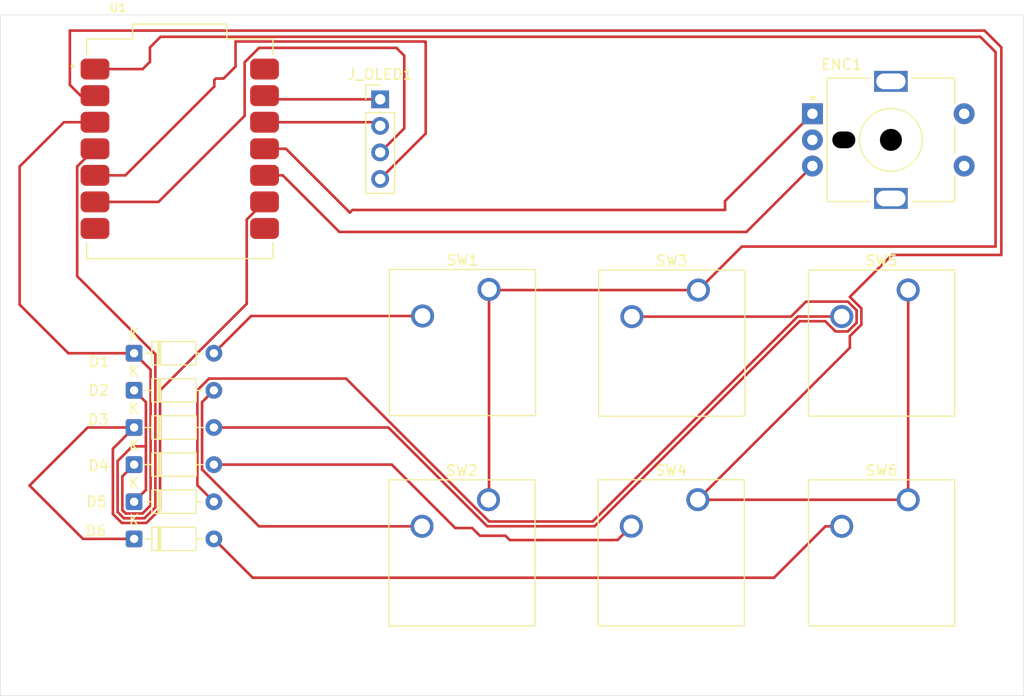
<source format=kicad_pcb>
(kicad_pcb (version 20241229) (generator "pcbnew") (generator_version "9.0")
  (layers (0 "F.Cu" signal) (2 "B.Cu" signal) (13 "F.Paste" user) (15 "B.Paste" user) (5 "F.SilkS" user "F.Silkscreen") (7 "B.SilkS" user "B.Silkscreen") (1 "F.Mask" user) (3 "B.Mask" user) (25 "Edge.Cuts" user))
  (net 0 "")
  (net 1 "Net-(D1-A)")
  (net 2 "/C0")
  (net 3 "/C1")
  (net 4 "Net-(D2-A)")
  (net 5 "Net-(D3-A)")
  (net 6 "/C2")
  (net 7 "Net-(D4-A)")
  (net 8 "Net-(D5-A)")
  (net 9 "Net-(D6-A)")
  (net 10 "GND")
  (net 11 "/ENC_B")
  (net 12 "/ENC_A")
  (net 13 "/3V3")
  (net 14 "/SCL")
  (net 15 "Net-(J_OLED1-Pin_1)")
  (net 16 "/SDA")
  (net 17 "/R0")
  (net 18 "/R1")
  (footprint "Diode_THT:D_DO-35_SOD27_P7.62mm_Horizontal" (layer "F.Cu") (at 96.34 74.8)
    (property "Reference" "D3" (at -3.44 -0.75 0) (layer "F.SilkS"))
    (property "Value" "1N4148")
    (fp_line (start 1.04 0) (end 1.69 0) (stroke (width 0.12)) (layer "F.SilkS"))
    (fp_line (start 2.29 -1.12) (end 2.29 1.12) (stroke (width 0.12)) (layer "F.SilkS"))
    (fp_line (start 2.41 -1.12) (end 2.41 1.12) (stroke (width 0.12)) (layer "F.SilkS"))
    (fp_line (start 2.53 -1.12) (end 2.53 1.12) (stroke (width 0.12)) (layer "F.SilkS"))
    (fp_line (start 6.58 0) (end 5.93 0) (stroke (width 0.12)) (layer "F.SilkS"))
    (fp_rect (start 1.69 -1.12) (end 5.93 1.12) (stroke (width 0.12)) (fill no) (layer "F.SilkS"))
    (fp_text user "K" (at 0 -1.8 0) (layer "F.SilkS"))
    (pad "1" thru_hole roundrect (at 0 0) (size 1.6 1.6) (drill 0.8) (layers "*.Cu" "*.Mask") (roundrect_rratio 0.15625) (net 6 "/C2"))
    (pad "2" thru_hole circle (at 7.62 0) (size 1.6 1.6) (drill 0.8) (layers "*.Cu" "*.Mask") (net 5 "Net-(D3-A)"))
  )
  (footprint "Button_Switch_Keyboard:SW_Cherry_MX_1.00u_PCB" (layer "F.Cu") (at 150.25 61.66)
    (property "Reference" "SW3" (at -2.54 -2.794 0) (layer "F.SilkS"))
    (property "Value" "SW_Push")
    (fp_line (start -9.525 -1.905) (end 4.445 -1.905) (stroke (width 0.12)) (layer "F.SilkS"))
    (fp_line (start -9.525 12.065) (end -9.525 -1.905) (stroke (width 0.12)) (layer "F.SilkS"))
    (fp_line (start 4.445 -1.905) (end 4.445 12.065) (stroke (width 0.12)) (layer "F.SilkS"))
    (fp_line (start 4.445 12.065) (end -9.525 12.065) (stroke (width 0.12)) (layer "F.SilkS"))
    (pad "" np_thru_hole circle (at -7.62 5.08) (size 1.7 1.7) (drill 1.7) (layers "*.Cu" "*.Mask"))
    (pad "" np_thru_hole circle (at -2.54 5.08) (size 4 4) (drill 4) (layers "*.Cu" "*.Mask"))
    (pad "" np_thru_hole circle (at 2.54 5.08) (size 1.7 1.7) (drill 1.7) (layers "*.Cu" "*.Mask"))
    (pad "1" thru_hole circle (at 0 0) (size 2.2 2.2) (drill 1.5) (layers "*.Cu" "*.Mask") (net 17 "/R0"))
    (pad "2" thru_hole circle (at -6.35 2.54) (size 2.2 2.2) (drill 1.5) (layers "*.Cu" "*.Mask") (net 5 "Net-(D3-A)"))
  )
  (footprint "Button_Switch_Keyboard:SW_Cherry_MX_1.00u_PCB" (layer "F.Cu") (at 170.3 81.71)
    (property "Reference" "SW6" (at -2.54 -2.794 0) (layer "F.SilkS"))
    (property "Value" "SW_Push")
    (fp_line (start -9.525 -1.905) (end 4.445 -1.905) (stroke (width 0.12)) (layer "F.SilkS"))
    (fp_line (start -9.525 12.065) (end -9.525 -1.905) (stroke (width 0.12)) (layer "F.SilkS"))
    (fp_line (start 4.445 -1.905) (end 4.445 12.065) (stroke (width 0.12)) (layer "F.SilkS"))
    (fp_line (start 4.445 12.065) (end -9.525 12.065) (stroke (width 0.12)) (layer "F.SilkS"))
    (pad "" np_thru_hole circle (at -7.62 5.08) (size 1.7 1.7) (drill 1.7) (layers "*.Cu" "*.Mask"))
    (pad "" np_thru_hole circle (at -2.54 5.08) (size 4 4) (drill 4) (layers "*.Cu" "*.Mask"))
    (pad "" np_thru_hole circle (at 2.54 5.08) (size 1.7 1.7) (drill 1.7) (layers "*.Cu" "*.Mask"))
    (pad "1" thru_hole circle (at 0 0) (size 2.2 2.2) (drill 1.5) (layers "*.Cu" "*.Mask") (net 18 "/R1"))
    (pad "2" thru_hole circle (at -6.35 2.54) (size 2.2 2.2) (drill 1.5) (layers "*.Cu" "*.Mask") (net 9 "Net-(D6-A)"))
  )
  (footprint "Diode_THT:D_DO-35_SOD27_P7.62mm_Horizontal" (layer "F.Cu") (at 96.34 67.7)
    (property "Reference" "D1" (at -3.34 0.8 0) (layer "F.SilkS"))
    (property "Value" "1N4148")
    (fp_line (start 1.04 0) (end 1.69 0) (stroke (width 0.12)) (layer "F.SilkS"))
    (fp_line (start 2.29 -1.12) (end 2.29 1.12) (stroke (width 0.12)) (layer "F.SilkS"))
    (fp_line (start 2.41 -1.12) (end 2.41 1.12) (stroke (width 0.12)) (layer "F.SilkS"))
    (fp_line (start 2.53 -1.12) (end 2.53 1.12) (stroke (width 0.12)) (layer "F.SilkS"))
    (fp_line (start 6.58 0) (end 5.93 0) (stroke (width 0.12)) (layer "F.SilkS"))
    (fp_rect (start 1.69 -1.12) (end 5.93 1.12) (stroke (width 0.12)) (fill no) (layer "F.SilkS"))
    (fp_text user "K" (at 0 -1.8 0) (layer "F.SilkS"))
    (pad "1" thru_hole roundrect (at 0 0) (size 1.6 1.6) (drill 0.8) (layers "*.Cu" "*.Mask") (roundrect_rratio 0.15625) (net 2 "/C0"))
    (pad "2" thru_hole circle (at 7.62 0) (size 1.6 1.6) (drill 0.8) (layers "*.Cu" "*.Mask") (net 1 "Net-(D1-A)"))
  )
  (footprint "Button_Switch_Keyboard:SW_Cherry_MX_1.00u_PCB" (layer "F.Cu") (at 170.3 61.65)
    (property "Reference" "SW5" (at -2.54 -2.794 0) (layer "F.SilkS"))
    (property "Value" "SW_Push")
    (fp_line (start -9.525 -1.905) (end 4.445 -1.905) (stroke (width 0.12)) (layer "F.SilkS"))
    (fp_line (start -9.525 12.065) (end -9.525 -1.905) (stroke (width 0.12)) (layer "F.SilkS"))
    (fp_line (start 4.445 -1.905) (end 4.445 12.065) (stroke (width 0.12)) (layer "F.SilkS"))
    (fp_line (start 4.445 12.065) (end -9.525 12.065) (stroke (width 0.12)) (layer "F.SilkS"))
    (pad "" np_thru_hole circle (at -7.62 5.08) (size 1.7 1.7) (drill 1.7) (layers "*.Cu" "*.Mask"))
    (pad "" np_thru_hole circle (at -2.54 5.08) (size 4 4) (drill 4) (layers "*.Cu" "*.Mask"))
    (pad "" np_thru_hole circle (at 2.54 5.08) (size 1.7 1.7) (drill 1.7) (layers "*.Cu" "*.Mask"))
    (pad "1" thru_hole circle (at 0 0) (size 2.2 2.2) (drill 1.5) (layers "*.Cu" "*.Mask") (net 18 "/R1"))
    (pad "2" thru_hole circle (at -6.35 2.54) (size 2.2 2.2) (drill 1.5) (layers "*.Cu" "*.Mask") (net 8 "Net-(D5-A)"))
  )
  (footprint "Button_Switch_Keyboard:SW_Cherry_MX_1.00u_PCB" (layer "F.Cu") (at 150.2 81.7)
    (property "Reference" "SW4" (at -2.54 -2.794 0) (layer "F.SilkS"))
    (property "Value" "SW_Push")
    (fp_line (start -9.525 -1.905) (end 4.445 -1.905) (stroke (width 0.12)) (layer "F.SilkS"))
    (fp_line (start -9.525 12.065) (end -9.525 -1.905) (stroke (width 0.12)) (layer "F.SilkS"))
    (fp_line (start 4.445 -1.905) (end 4.445 12.065) (stroke (width 0.12)) (layer "F.SilkS"))
    (fp_line (start 4.445 12.065) (end -9.525 12.065) (stroke (width 0.12)) (layer "F.SilkS"))
    (pad "" np_thru_hole circle (at -7.62 5.08) (size 1.7 1.7) (drill 1.7) (layers "*.Cu" "*.Mask"))
    (pad "" np_thru_hole circle (at -2.54 5.08) (size 4 4) (drill 4) (layers "*.Cu" "*.Mask"))
    (pad "" np_thru_hole circle (at 2.54 5.08) (size 1.7 1.7) (drill 1.7) (layers "*.Cu" "*.Mask"))
    (pad "1" thru_hole circle (at 0 0) (size 2.2 2.2) (drill 1.5) (layers "*.Cu" "*.Mask") (net 18 "/R1"))
    (pad "2" thru_hole circle (at -6.35 2.54) (size 2.2 2.2) (drill 1.5) (layers "*.Cu" "*.Mask") (net 7 "Net-(D4-A)"))
  )
  (footprint "Connector_PinHeader_2.54mm:PinHeader_1x04_P2.54mm_Vertical" (layer "F.Cu") (at 119.85 43.42)
    (property "Reference" "J_OLED1" (at 0 -2.38 0) (layer "F.SilkS"))
    (property "Value" "Conn_01x04")
    (fp_line (start -1.38 -1.38) (end 0 -1.38) (stroke (width 0.12)) (layer "F.SilkS"))
    (fp_line (start -1.38 0) (end -1.38 -1.38) (stroke (width 0.12)) (layer "F.SilkS"))
    (fp_line (start -1.38 1.27) (end -1.38 9) (stroke (width 0.12)) (layer "F.SilkS"))
    (fp_line (start -1.38 1.27) (end 1.38 1.27) (stroke (width 0.12)) (layer "F.SilkS"))
    (fp_line (start -1.38 9) (end 1.38 9) (stroke (width 0.12)) (layer "F.SilkS"))
    (fp_line (start 1.38 1.27) (end 1.38 9) (stroke (width 0.12)) (layer "F.SilkS"))
    (pad "1" thru_hole rect (at 0 0) (size 1.7 1.7) (drill 1) (layers "*.Cu" "*.Mask") (net 15 "Net-(J_OLED1-Pin_1)"))
    (pad "2" thru_hole circle (at 0 2.54) (size 1.7 1.7) (drill 1) (layers "*.Cu" "*.Mask") (net 13 "/3V3"))
    (pad "3" thru_hole circle (at 0 5.08) (size 1.7 1.7) (drill 1) (layers "*.Cu" "*.Mask") (net 14 "/SCL"))
    (pad "4" thru_hole circle (at 0 7.62) (size 1.7 1.7) (drill 1) (layers "*.Cu" "*.Mask") (net 16 "/SDA"))
  )
  (footprint "XIAORF2040:XIAORF2040" (layer "F.Cu") (at 100.7 48.15)
    (property "Reference" "U1" (at -5.898 -13.494 0) (layer "F.SilkS") (effects (font (size 0.8 0.8))))
    (property "Value" "XIAO-RP2040-DIP")
    (fp_line (start -8.9 -10.5) (end -4.5 -10.5) (stroke (width 0.127)) (layer "F.SilkS"))
    (fp_line (start -8.9 -9) (end -8.9 -10.5) (stroke (width 0.127)) (layer "F.SilkS"))
    (fp_line (start -8.9 8.97) (end -8.9 10.5) (stroke (width 0.127)) (layer "F.SilkS"))
    (fp_line (start -8.9 10.5) (end 8.9 10.5) (stroke (width 0.127)) (layer "F.SilkS"))
    (fp_line (start -4.5 -11.924) (end 4.495 -11.924) (stroke (width 0.127)) (layer "F.SilkS"))
    (fp_line (start -4.5 -10.5) (end -4.5 -11.9) (stroke (width 0.127)) (layer "F.SilkS"))
    (fp_line (start 4.5 -11.9) (end 4.5 -10.5) (stroke (width 0.127)) (layer "F.SilkS"))
    (fp_line (start 4.5 -10.5) (end 8.9 -10.5) (stroke (width 0.127)) (layer "F.SilkS"))
    (fp_line (start 8.9 -10.5) (end 8.9 -9) (stroke (width 0.127)) (layer "F.SilkS"))
    (fp_line (start 8.9 10.5) (end 8.9 8.97) (stroke (width 0.127)) (layer "F.SilkS"))
    (fp_circle (center -10.229 -7.891) (end -10.129 -7.891) (stroke (width 0.2)) (fill no) (layer "F.SilkS"))
    (pad "1" smd roundrect (at -8.1 -7.62) (size 2.75 2) (layers "F.Cu" "F.Mask" "F.Paste") (net 17 "/R0"))
    (pad "2" smd roundrect (at -8.1 -5.08) (size 2.75 2) (layers "F.Cu" "F.Mask" "F.Paste") (net 18 "/R1"))
    (pad "3" smd roundrect (at -8.1 -2.54) (size 2.75 2) (layers "F.Cu" "F.Mask" "F.Paste") (net 2 "/C0"))
    (pad "4" smd roundrect (at -8.1 0) (size 2.75 2) (layers "F.Cu" "F.Mask" "F.Paste") (net 3 "/C1"))
    (pad "5" smd roundrect (at -8.1 2.54) (size 2.75 2) (layers "F.Cu" "F.Mask" "F.Paste") (net 16 "/SDA"))
    (pad "6" smd roundrect (at -8.1 5.08) (size 2.75 2) (layers "F.Cu" "F.Mask" "F.Paste") (net 14 "/SCL"))
    (pad "7" smd roundrect (at -8.1 7.62) (size 2.75 2) (layers "F.Cu" "F.Mask" "F.Paste"))
    (pad "8" smd roundrect (at 8.1 7.62) (size 2.75 2) (layers "F.Cu" "F.Mask" "F.Paste"))
    (pad "9" smd roundrect (at 8.1 5.08) (size 2.75 2) (layers "F.Cu" "F.Mask" "F.Paste") (net 6 "/C2"))
    (pad "10" smd roundrect (at 8.1 2.54) (size 2.75 2) (layers "F.Cu" "F.Mask" "F.Paste") (net 11 "/ENC_B"))
    (pad "11" smd roundrect (at 8.1 0) (size 2.75 2) (layers "F.Cu" "F.Mask" "F.Paste") (net 12 "/ENC_A"))
    (pad "12" smd roundrect (at 8.1 -2.54) (size 2.75 2) (layers "F.Cu" "F.Mask" "F.Paste") (net 13 "/3V3"))
    (pad "13" smd roundrect (at 8.1 -5.08) (size 2.75 2) (layers "F.Cu" "F.Mask" "F.Paste") (net 15 "Net-(J_OLED1-Pin_1)"))
    (pad "14" smd roundrect (at 8.1 -7.62) (size 2.75 2) (layers "F.Cu" "F.Mask" "F.Paste"))
  )
  (footprint "Rotary_Encoder:RotaryEncoder_Alps_EC11E-Switch_Vertical_H20mm_MountingHoles" (layer "F.Cu") (at 161.15 44.8)
    (property "Reference" "ENC1" (at 2.8 -4.7 0) (layer "F.SilkS"))
    (property "Value" "RotaryEncoder")
    (fp_line (start -0.3 -1.6) (end 0.3 -1.6) (stroke (width 0.12)) (layer "F.SilkS"))
    (fp_line (start 0 -1.3) (end -0.3 -1.6) (stroke (width 0.12)) (layer "F.SilkS"))
    (fp_line (start 0.3 -1.6) (end 0 -1.3) (stroke (width 0.12)) (layer "F.SilkS"))
    (fp_line (start 1.4 -3.4) (end 1.4 8.4) (stroke (width 0.12)) (layer "F.SilkS"))
    (fp_line (start 5.5 -3.4) (end 1.4 -3.4) (stroke (width 0.12)) (layer "F.SilkS"))
    (fp_line (start 5.5 8.4) (end 1.4 8.4) (stroke (width 0.12)) (layer "F.SilkS"))
    (fp_line (start 9.5 -3.4) (end 13.6 -3.4) (stroke (width 0.12)) (layer "F.SilkS"))
    (fp_line (start 13.6 -3.4) (end 13.6 -1) (stroke (width 0.12)) (layer "F.SilkS"))
    (fp_line (start 13.6 1.2) (end 13.6 3.8) (stroke (width 0.12)) (layer "F.SilkS"))
    (fp_line (start 13.6 6) (end 13.6 8.4) (stroke (width 0.12)) (layer "F.SilkS"))
    (fp_line (start 13.6 8.4) (end 9.5 8.4) (stroke (width 0.12)) (layer "F.SilkS"))
    (fp_circle (center 7.5 2.5) (end 10.5 2.5) (stroke (width 0.12)) (fill no) (layer "F.SilkS"))
    (pad "" np_thru_hole oval (at 3 2.5) (size 2.2 1.6) (drill oval 2.2 1.6) (layers "*.Mask"))
    (pad "" np_thru_hole circle (at 7.5 2.5) (size 2.1 2.1) (drill 2.1) (layers "*.Mask"))
    (pad "A" thru_hole rect (at 0 0) (size 2 2) (drill 1) (layers "*.Cu" "*.Mask") (net 12 "/ENC_A"))
    (pad "B" thru_hole circle (at 0 5) (size 2 2) (drill 1) (layers "*.Cu" "*.Mask") (net 11 "/ENC_B"))
    (pad "C" thru_hole circle (at 0 2.5) (size 2 2) (drill 1) (layers "*.Cu" "*.Mask") (net 10 "GND"))
    (pad "MP" thru_hole rect (at 7.5 -3.1) (size 3.2 2) (drill oval 2.8 1.5) (layers "*.Cu" "*.Mask"))
    (pad "MP" thru_hole rect (at 7.5 8.1) (size 3.2 2) (drill oval 2.8 1.5) (layers "*.Cu" "*.Mask"))
    (pad "S1" thru_hole circle (at 14.5 5) (size 2 2) (drill 1) (layers "*.Cu" "*.Mask"))
    (pad "S2" thru_hole circle (at 14.5 0) (size 2 2) (drill 1) (layers "*.Cu" "*.Mask"))
  )
  (footprint "Button_Switch_Keyboard:SW_Cherry_MX_1.00u_PCB" (layer "F.Cu") (at 130.25 61.6)
    (property "Reference" "SW1" (at -2.54 -2.794 0) (layer "F.SilkS"))
    (property "Value" "SW_Push")
    (fp_line (start -9.525 -1.905) (end 4.445 -1.905) (stroke (width 0.12)) (layer "F.SilkS"))
    (fp_line (start -9.525 12.065) (end -9.525 -1.905) (stroke (width 0.12)) (layer "F.SilkS"))
    (fp_line (start 4.445 -1.905) (end 4.445 12.065) (stroke (width 0.12)) (layer "F.SilkS"))
    (fp_line (start 4.445 12.065) (end -9.525 12.065) (stroke (width 0.12)) (layer "F.SilkS"))
    (pad "" np_thru_hole circle (at -7.62 5.08) (size 1.7 1.7) (drill 1.7) (layers "*.Cu" "*.Mask"))
    (pad "" np_thru_hole circle (at -2.54 5.08) (size 4 4) (drill 4) (layers "*.Cu" "*.Mask"))
    (pad "" np_thru_hole circle (at 2.54 5.08) (size 1.7 1.7) (drill 1.7) (layers "*.Cu" "*.Mask"))
    (pad "1" thru_hole circle (at 0 0) (size 2.2 2.2) (drill 1.5) (layers "*.Cu" "*.Mask") (net 17 "/R0"))
    (pad "2" thru_hole circle (at -6.35 2.54) (size 2.2 2.2) (drill 1.5) (layers "*.Cu" "*.Mask") (net 1 "Net-(D1-A)"))
  )
  (footprint "Diode_THT:D_DO-35_SOD27_P7.62mm_Horizontal" (layer "F.Cu") (at 96.34 78.35)
    (property "Reference" "D4" (at -3.39 0.1 0) (layer "F.SilkS"))
    (property "Value" "1N4148")
    (fp_line (start 1.04 0) (end 1.69 0) (stroke (width 0.12)) (layer "F.SilkS"))
    (fp_line (start 2.29 -1.12) (end 2.29 1.12) (stroke (width 0.12)) (layer "F.SilkS"))
    (fp_line (start 2.41 -1.12) (end 2.41 1.12) (stroke (width 0.12)) (layer "F.SilkS"))
    (fp_line (start 2.53 -1.12) (end 2.53 1.12) (stroke (width 0.12)) (layer "F.SilkS"))
    (fp_line (start 6.58 0) (end 5.93 0) (stroke (width 0.12)) (layer "F.SilkS"))
    (fp_rect (start 1.69 -1.12) (end 5.93 1.12) (stroke (width 0.12)) (fill no) (layer "F.SilkS"))
    (fp_text user "K" (at 0 -1.8 0) (layer "F.SilkS"))
    (pad "1" thru_hole roundrect (at 0 0) (size 1.6 1.6) (drill 0.8) (layers "*.Cu" "*.Mask") (roundrect_rratio 0.15625) (net 2 "/C0"))
    (pad "2" thru_hole circle (at 7.62 0) (size 1.6 1.6) (drill 0.8) (layers "*.Cu" "*.Mask") (net 7 "Net-(D4-A)"))
  )
  (footprint "Button_Switch_Keyboard:SW_Cherry_MX_1.00u_PCB" (layer "F.Cu") (at 130.2 81.71)
    (property "Reference" "SW2" (at -2.54 -2.794 0) (layer "F.SilkS"))
    (property "Value" "SW_Push")
    (fp_line (start -9.525 -1.905) (end 4.445 -1.905) (stroke (width 0.12)) (layer "F.SilkS"))
    (fp_line (start -9.525 12.065) (end -9.525 -1.905) (stroke (width 0.12)) (layer "F.SilkS"))
    (fp_line (start 4.445 -1.905) (end 4.445 12.065) (stroke (width 0.12)) (layer "F.SilkS"))
    (fp_line (start 4.445 12.065) (end -9.525 12.065) (stroke (width 0.12)) (layer "F.SilkS"))
    (pad "" np_thru_hole circle (at -7.62 5.08) (size 1.7 1.7) (drill 1.7) (layers "*.Cu" "*.Mask"))
    (pad "" np_thru_hole circle (at -2.54 5.08) (size 4 4) (drill 4) (layers "*.Cu" "*.Mask"))
    (pad "" np_thru_hole circle (at 2.54 5.08) (size 1.7 1.7) (drill 1.7) (layers "*.Cu" "*.Mask"))
    (pad "1" thru_hole circle (at 0 0) (size 2.2 2.2) (drill 1.5) (layers "*.Cu" "*.Mask") (net 17 "/R0"))
    (pad "2" thru_hole circle (at -6.35 2.54) (size 2.2 2.2) (drill 1.5) (layers "*.Cu" "*.Mask") (net 4 "Net-(D2-A)"))
  )
  (footprint "Diode_THT:D_DO-35_SOD27_P7.62mm_Horizontal" (layer "F.Cu") (at 96.34 85.45)
    (property "Reference" "D6" (at -3.64 -0.75 0) (layer "F.SilkS"))
    (property "Value" "1N4148")
    (fp_line (start 1.04 0) (end 1.69 0) (stroke (width 0.12)) (layer "F.SilkS"))
    (fp_line (start 2.29 -1.12) (end 2.29 1.12) (stroke (width 0.12)) (layer "F.SilkS"))
    (fp_line (start 2.41 -1.12) (end 2.41 1.12) (stroke (width 0.12)) (layer "F.SilkS"))
    (fp_line (start 2.53 -1.12) (end 2.53 1.12) (stroke (width 0.12)) (layer "F.SilkS"))
    (fp_line (start 6.58 0) (end 5.93 0) (stroke (width 0.12)) (layer "F.SilkS"))
    (fp_rect (start 1.69 -1.12) (end 5.93 1.12) (stroke (width 0.12)) (fill no) (layer "F.SilkS"))
    (fp_text user "K" (at 0 -1.8 0) (layer "F.SilkS"))
    (pad "1" thru_hole roundrect (at 0 0) (size 1.6 1.6) (drill 0.8) (layers "*.Cu" "*.Mask") (roundrect_rratio 0.15625) (net 6 "/C2"))
    (pad "2" thru_hole circle (at 7.62 0) (size 1.6 1.6) (drill 0.8) (layers "*.Cu" "*.Mask") (net 9 "Net-(D6-A)"))
  )
  (footprint "Diode_THT:D_DO-35_SOD27_P7.62mm_Horizontal" (layer "F.Cu") (at 96.34 71.25)
    (property "Reference" "D2" (at -3.39 0 0) (layer "F.SilkS"))
    (property "Value" "1N4148")
    (fp_line (start 1.04 0) (end 1.69 0) (stroke (width 0.12)) (layer "F.SilkS"))
    (fp_line (start 2.29 -1.12) (end 2.29 1.12) (stroke (width 0.12)) (layer "F.SilkS"))
    (fp_line (start 2.41 -1.12) (end 2.41 1.12) (stroke (width 0.12)) (layer "F.SilkS"))
    (fp_line (start 2.53 -1.12) (end 2.53 1.12) (stroke (width 0.12)) (layer "F.SilkS"))
    (fp_line (start 6.58 0) (end 5.93 0) (stroke (width 0.12)) (layer "F.SilkS"))
    (fp_rect (start 1.69 -1.12) (end 5.93 1.12) (stroke (width 0.12)) (fill no) (layer "F.SilkS"))
    (fp_text user "K" (at 0 -1.8 0) (layer "F.SilkS"))
    (pad "1" thru_hole roundrect (at 0 0) (size 1.6 1.6) (drill 0.8) (layers "*.Cu" "*.Mask") (roundrect_rratio 0.15625) (net 3 "/C1"))
    (pad "2" thru_hole circle (at 7.62 0) (size 1.6 1.6) (drill 0.8) (layers "*.Cu" "*.Mask") (net 4 "Net-(D2-A)"))
  )
  (footprint "Diode_THT:D_DO-35_SOD27_P7.62mm_Horizontal" (layer "F.Cu") (at 96.34 81.9)
    (property "Reference" "D5" (at -3.59 0 0) (layer "F.SilkS"))
    (property "Value" "1N4148")
    (fp_line (start 1.04 0) (end 1.69 0) (stroke (width 0.12)) (layer "F.SilkS"))
    (fp_line (start 2.29 -1.12) (end 2.29 1.12) (stroke (width 0.12)) (layer "F.SilkS"))
    (fp_line (start 2.41 -1.12) (end 2.41 1.12) (stroke (width 0.12)) (layer "F.SilkS"))
    (fp_line (start 2.53 -1.12) (end 2.53 1.12) (stroke (width 0.12)) (layer "F.SilkS"))
    (fp_line (start 6.58 0) (end 5.93 0) (stroke (width 0.12)) (layer "F.SilkS"))
    (fp_rect (start 1.69 -1.12) (end 5.93 1.12) (stroke (width 0.12)) (fill no) (layer "F.SilkS"))
    (fp_text user "K" (at 0 -1.8 0) (layer "F.SilkS"))
    (pad "1" thru_hole roundrect (at 0 0) (size 1.6 1.6) (drill 0.8) (layers "*.Cu" "*.Mask") (roundrect_rratio 0.15625) (net 3 "/C1"))
    (pad "2" thru_hole circle (at 7.62 0) (size 1.6 1.6) (drill 0.8) (layers "*.Cu" "*.Mask") (net 8 "Net-(D5-A)"))
  )
  (gr_rect (start 83.55 35.35) (end 181.35 100.45) (stroke (width 0.05)) (fill no) (layer "Edge.Cuts"))
  (segment (start 103.96 67.7) (end 107.52 64.14) (width 0.25) (layer "F.Cu") (net 1))
  (segment (start 107.52 64.14) (end 123.9 64.14) (width 0.25) (layer "F.Cu") (net 1))
  (segment (start 95.214 79.476) (end 95.214 82.695514) (width 0.25) (layer "F.Cu") (net 2))
  (segment (start 97.917 69.277) (end 96.34 67.7) (width 0.25) (layer "F.Cu") (net 2))
  (segment (start 97.917 82.244514) (end 97.917 69.277) (width 0.25) (layer "F.Cu") (net 2))
  (segment (start 85.4 63.05) (end 90.05 67.7) (width 0.25) (layer "F.Cu") (net 2))
  (segment (start 95.544486 83.026) (end 97.135514 83.026) (width 0.25) (layer "F.Cu") (net 2))
  (segment (start 97.135514 83.026) (end 97.917 82.244514) (width 0.25) (layer "F.Cu") (net 2))
  (segment (start 95.214 82.695514) (end 95.544486 83.026) (width 0.25) (layer "F.Cu") (net 2))
  (segment (start 92.6 45.61) (end 89.64 45.61) (width 0.25) (layer "F.Cu") (net 2))
  (segment (start 90.05 67.7) (end 96.34 67.7) (width 0.25) (layer "F.Cu") (net 2))
  (segment (start 96.34 78.35) (end 95.214 79.476) (width 0.25) (layer "F.Cu") (net 2))
  (segment (start 85.4 49.85) (end 85.4 63.05) (width 0.25) (layer "F.Cu") (net 2))
  (segment (start 89.64 45.61) (end 85.4 49.85) (width 0.25) (layer "F.Cu") (net 2))
  (segment (start 94.763 82.882324) (end 94.763 78.005486) (width 0.25) (layer "F.Cu") (net 3))
  (segment (start 98.368 67.806486) (end 98.368 82.431324) (width 0.25) (layer "F.Cu") (net 3))
  (segment (start 98.368 82.431324) (end 97.322324 83.477) (width 0.25) (layer "F.Cu") (net 3))
  (segment (start 97.322324 83.477) (end 95.357676 83.477) (width 0.25) (layer "F.Cu") (net 3))
  (segment (start 90.899 60.337486) (end 98.368 67.806486) (width 0.25) (layer "F.Cu") (net 3))
  (segment (start 97.466 76.6) (end 97.466 72.376) (width 0.25) (layer "F.Cu") (net 3))
  (segment (start 94.763 78.005486) (end 96.168486 76.6) (width 0.25) (layer "F.Cu") (net 3))
  (segment (start 92.6 48.15) (end 92.589588 48.15) (width 0.25) (layer "F.Cu") (net 3))
  (segment (start 96.34 81.9) (end 97.466 80.774) (width 0.25) (layer "F.Cu") (net 3))
  (segment (start 90.899 49.840588) (end 90.899 60.337486) (width 0.25) (layer "F.Cu") (net 3))
  (segment (start 96.168486 76.6) (end 97.466 76.6) (width 0.25) (layer "F.Cu") (net 3))
  (segment (start 95.357676 83.477) (end 94.763 82.882324) (width 0.25) (layer "F.Cu") (net 3))
  (segment (start 92.589588 48.15) (end 90.899 49.840588) (width 0.25) (layer "F.Cu") (net 3))
  (segment (start 97.466 80.774) (end 97.466 76.6) (width 0.25) (layer "F.Cu") (net 3))
  (segment (start 97.466 72.376) (end 96.34 71.25) (width 0.25) (layer "F.Cu") (net 3))
  (segment (start 123.85 84.25) (end 108.267595 84.25) (width 0.25) (layer "F.Cu") (net 4))
  (segment (start 108.267595 84.25) (end 102.834 78.816405) (width 0.25) (layer "F.Cu") (net 4))
  (segment (start 102.834 78.816405) (end 102.834 72.376) (width 0.25) (layer "F.Cu") (net 4))
  (segment (start 102.834 72.376) (end 103.96 71.25) (width 0.25) (layer "F.Cu") (net 4))
  (segment (start 164.540669 62.764) (end 165.376 63.599331) (width 0.25) (layer "F.Cu") (net 5))
  (segment (start 120.63419 74.8) (end 103.96 74.8) (width 0.25) (layer "F.Cu") (net 5))
  (segment (start 130.07419 84.24) (end 120.63419 74.8) (width 0.25) (layer "F.Cu") (net 5))
  (segment (start 165.376 64.780669) (end 164.540669 65.616) (width 0.25) (layer "F.Cu") (net 5))
  (segment (start 163.359331 65.616) (end 162.384331 64.641) (width 0.25) (layer "F.Cu") (net 5))
  (segment (start 165.376 63.599331) (end 165.376 64.780669) (width 0.25) (layer "F.Cu") (net 5))
  (segment (start 159.10119 64.2) (end 160.53719 62.764) (width 0.25) (layer "F.Cu") (net 5))
  (segment (start 140.33681 84.24) (end 130.07419 84.24) (width 0.25) (layer "F.Cu") (net 5))
  (segment (start 143.9 64.2) (end 159.10119 64.2) (width 0.25) (layer "F.Cu") (net 5))
  (segment (start 159.93581 64.641) (end 140.33681 84.24) (width 0.25) (layer "F.Cu") (net 5))
  (segment (start 162.384331 64.641) (end 159.93581 64.641) (width 0.25) (layer "F.Cu") (net 5))
  (segment (start 160.53719 62.764) (end 164.540669 62.764) (width 0.25) (layer "F.Cu") (net 5))
  (segment (start 164.540669 65.616) (end 163.359331 65.616) (width 0.25) (layer "F.Cu") (net 5))
  (segment (start 91.9 74.8) (end 96.34 74.8) (width 0.25) (layer "F.Cu") (net 6))
  (segment (start 91.45 85.45) (end 86.35 80.35) (width 0.25) (layer "F.Cu") (net 6))
  (segment (start 94.312 83.069134) (end 94.312 76.828) (width 0.25) (layer "F.Cu") (net 6))
  (segment (start 96.34 85.45) (end 91.45 85.45) (width 0.25) (layer "F.Cu") (net 6))
  (segment (start 86.35 80.35) (end 91.9 74.8) (width 0.25) (layer "F.Cu") (net 6))
  (segment (start 97.509134 83.928) (end 95.170866 83.928) (width 0.25) (layer "F.Cu") (net 6))
  (segment (start 95.170866 83.928) (end 94.312 83.069134) (width 0.25) (layer "F.Cu") (net 6))
  (segment (start 108.789588 53.23) (end 107.099 54.920588) (width 0.25) (layer "F.Cu") (net 6))
  (segment (start 107.099 54.920588) (end 107.099 62.968595) (width 0.25) (layer "F.Cu") (net 6))
  (segment (start 107.099 62.968595) (end 98.819 71.248595) (width 0.25) (layer "F.Cu") (net 6))
  (segment (start 108.8 53.23) (end 108.789588 53.23) (width 0.25) (layer "F.Cu") (net 6))
  (segment (start 94.312 76.828) (end 96.34 74.8) (width 0.25) (layer "F.Cu") (net 6))
  (segment (start 98.819 82.618134) (end 97.509134 83.928) (width 0.25) (layer "F.Cu") (net 6))
  (segment (start 98.819 71.248595) (end 98.819 82.618134) (width 0.25) (layer "F.Cu") (net 6))
  (segment (start 129.380171 85.15) (end 128.644171 84.414) (width 0.25) (layer "F.Cu") (net 7))
  (segment (start 143.85 84.24) (end 142.536 85.554) (width 0.25) (layer "F.Cu") (net 7))
  (segment (start 142.536 85.554) (end 142.072174 85.554) (width 0.25) (layer "F.Cu") (net 7))
  (segment (start 142.062174 85.564) (end 132.232174 85.564) (width 0.25) (layer "F.Cu") (net 7))
  (segment (start 128.644171 84.414) (end 127.023829 84.414) (width 0.25) (layer "F.Cu") (net 7))
  (segment (start 132.232174 85.564) (end 131.818174 85.15) (width 0.25) (layer "F.Cu") (net 7))
  (segment (start 127.023829 84.414) (end 120.959829 78.35) (width 0.25) (layer "F.Cu") (net 7))
  (segment (start 131.818174 85.15) (end 129.380171 85.15) (width 0.25) (layer "F.Cu") (net 7))
  (segment (start 142.072174 85.554) (end 142.062174 85.564) (width 0.25) (layer "F.Cu") (net 7))
  (segment (start 120.959829 78.35) (end 103.96 78.35) (width 0.25) (layer "F.Cu") (net 7))
  (segment (start 102.383 80.323) (end 103.96 81.9) (width 0.25) (layer "F.Cu") (net 8))
  (segment (start 103.493595 70.124) (end 102.383 71.234595) (width 0.25) (layer "F.Cu") (net 8))
  (segment (start 140.15 83.789) (end 130.261 83.789) (width 0.25) (layer "F.Cu") (net 8))
  (segment (start 159.749 64.19) (end 140.15 83.789) (width 0.25) (layer "F.Cu") (net 8))
  (segment (start 130.261 83.789) (end 116.596 70.124) (width 0.25) (layer "F.Cu") (net 8))
  (segment (start 163.95 64.19) (end 159.749 64.19) (width 0.25) (layer "F.Cu") (net 8))
  (segment (start 102.383 71.234595) (end 102.383 80.323) (width 0.25) (layer "F.Cu") (net 8))
  (segment (start 116.596 70.124) (end 103.493595 70.124) (width 0.25) (layer "F.Cu") (net 8))
  (segment (start 162.394366 84.25) (end 157.478366 89.166) (width 0.25) (layer "F.Cu") (net 9))
  (segment (start 163.95 84.25) (end 162.394366 84.25) (width 0.25) (layer "F.Cu") (net 9))
  (segment (start 157.478366 89.166) (end 107.676 89.166) (width 0.25) (layer "F.Cu") (net 9))
  (segment (start 107.676 89.166) (end 103.96 85.45) (width 0.25) (layer "F.Cu") (net 9))
  (segment (start 161.15 49.8) (end 154.85 56.1) (width 0.25) (layer "F.Cu") (net 11))
  (segment (start 115.95 56.1) (end 110.54 50.69) (width 0.25) (layer "F.Cu") (net 11))
  (segment (start 110.54 50.69) (end 108.8 50.69) (width 0.25) (layer "F.Cu") (net 11))
  (segment (start 154.85 56.1) (end 115.95 56.1) (width 0.25) (layer "F.Cu") (net 11))
  (segment (start 116.95 54.25) (end 110.85 48.15) (width 0.25) (layer "F.Cu") (net 12))
  (segment (start 110.85 48.15) (end 108.8 48.15) (width 0.25) (layer "F.Cu") (net 12))
  (segment (start 152.8 54) (end 117.2 54) (width 0.25) (layer "F.Cu") (net 12))
  (segment (start 152.8 53.15) (end 152.8 54) (width 0.25) (layer "F.Cu") (net 12))
  (segment (start 161.15 44.8) (end 152.8 53.15) (width 0.25) (layer "F.Cu") (net 12))
  (segment (start 117.2 54) (end 116.95 54.25) (width 0.25) (layer "F.Cu") (net 12))
  (segment (start 119.44 45.61) (end 108.8 45.61) (width 0.25) (layer "F.Cu") (net 13))
  (segment (start 119.79 45.96) (end 119.44 45.61) (width 0.25) (layer "F.Cu") (net 13))
  (segment (start 119.85 45.96) (end 119.79 45.96) (width 0.25) (layer "F.Cu") (net 13))
  (segment (start 108.279588 38.5) (end 106.9 39.879588) (width 0.25) (layer "F.Cu") (net 14))
  (segment (start 122.15 46.2) (end 122.15 39.25) (width 0.25) (layer "F.Cu") (net 14))
  (segment (start 119.85 48.5) (end 120.3 48.5) (width 0.25) (layer "F.Cu") (net 14))
  (segment (start 98.67 53.23) (end 92.6 53.23) (width 0.25) (layer "F.Cu") (net 14))
  (segment (start 121.4 38.5) (end 108.279588 38.5) (width 0.25) (layer "F.Cu") (net 14))
  (segment (start 106.9 45) (end 98.67 53.23) (width 0.25) (layer "F.Cu") (net 14))
  (segment (start 122.15 39.25) (end 121.4 38.5) (width 0.25) (layer "F.Cu") (net 14))
  (segment (start 120.3 48.5) (end 120.45 48.65) (width 0.25) (layer "F.Cu") (net 14))
  (segment (start 119.85 48.5) (end 122.15 46.2) (width 0.25) (layer "F.Cu") (net 14))
  (segment (start 106.9 39.879588) (end 106.9 45) (width 0.25) (layer "F.Cu") (net 14))
  (segment (start 109.15 43.42) (end 108.8 43.07) (width 0.25) (layer "F.Cu") (net 15))
  (segment (start 119.85 43.42) (end 109.15 43.42) (width 0.25) (layer "F.Cu") (net 15))
  (segment (start 106.033 37.893) (end 106.033 40.287192) (width 0.25) (layer "F.Cu") (net 16))
  (segment (start 124.2 46.69) (end 124.2 38.05) (width 0.25) (layer "F.Cu") (net 16))
  (segment (start 104.003 41.579808) (end 104.003 42.190192) (width 0.25) (layer "F.Cu") (net 16))
  (segment (start 104.003 42.190192) (end 95.503192 50.69) (width 0.25) (layer "F.Cu") (net 16))
  (segment (start 124.2 38.05) (end 124.043 37.893) (width 0.25) (layer "F.Cu") (net 16))
  (segment (start 95.503192 50.69) (end 92.6 50.69) (width 0.25) (layer "F.Cu") (net 16))
  (segment (start 106.033 40.287192) (end 104.886192 41.434) (width 0.25) (layer "F.Cu") (net 16))
  (segment (start 104.148808 41.434) (end 104.003 41.579808) (width 0.25) (layer "F.Cu") (net 16))
  (segment (start 104.886192 41.434) (end 104.148808 41.434) (width 0.25) (layer "F.Cu") (net 16))
  (segment (start 124.2 38.05) (end 124.2 37.9) (width 0.25) (layer "F.Cu") (net 16))
  (segment (start 119.85 51.04) (end 124.2 46.69) (width 0.25) (layer "F.Cu") (net 16))
  (segment (start 124.043 37.893) (end 106.033 37.893) (width 0.25) (layer "F.Cu") (net 16))
  (segment (start 130.25 81.66) (end 130.2 81.71) (width 0.25) (layer "F.Cu") (net 17))
  (segment (start 97.85 38.461808) (end 98.869808 37.442) (width 0.25) (layer "F.Cu") (net 17))
  (segment (start 92.6 40.53) (end 97.154192 40.53) (width 0.25) (layer "F.Cu") (net 17))
  (segment (start 98.869808 37.442) (end 177.192 37.442) (width 0.25) (layer "F.Cu") (net 17))
  (segment (start 177.192 37.442) (end 178.65 38.9) (width 0.25) (layer "F.Cu") (net 17))
  (segment (start 150.25 61.66) (end 130.31 61.66) (width 0.25) (layer "F.Cu") (net 17))
  (segment (start 130.25 61.6) (end 130.25 81.66) (width 0.25) (layer "F.Cu") (net 17))
  (segment (start 130.31 61.66) (end 130.25 61.6) (width 0.25) (layer "F.Cu") (net 17))
  (segment (start 97.154192 40.53) (end 97.85 39.834192) (width 0.25) (layer "F.Cu") (net 17))
  (segment (start 154.41 57.5) (end 150.25 61.66) (width 0.25) (layer "F.Cu") (net 17))
  (segment (start 97.85 39.834192) (end 97.85 38.461808) (width 0.25) (layer "F.Cu") (net 17))
  (segment (start 178.65 57.5) (end 154.41 57.5) (width 0.25) (layer "F.Cu") (net 17))
  (segment (start 178.65 38.9) (end 178.65 57.5) (width 0.25) (layer "F.Cu") (net 17))
  (segment (start 164.727479 67.172521) (end 164.727479 66.067) (width 0.25) (layer "F.Cu") (net 18))
  (segment (start 90.2 36.85) (end 90.2 42.045) (width 0.25) (layer "F.Cu") (net 18))
  (segment (start 150.21 81.71) (end 150.2 81.7) (width 0.25) (layer "F.Cu") (net 18))
  (segment (start 179.2 58.3) (end 179.2 38.45) (width 0.25) (layer "F.Cu") (net 18))
  (segment (start 179.2 38.45) (end 177.6 36.85) (width 0.25) (layer "F.Cu") (net 18))
  (segment (start 164.727479 62.313) (end 168.740479 58.3) (width 0.25) (layer "F.Cu") (net 18))
  (segment (start 91.225 43.07) (end 92.6 43.07) (width 0.25) (layer "F.Cu") (net 18))
  (segment (start 177.6 36.85) (end 90.2 36.85) (width 0.25) (layer "F.Cu") (net 18))
  (segment (start 165.827 63.412521) (end 164.727479 62.313) (width 0.25) (layer "F.Cu") (net 18))
  (segment (start 168.740479 58.3) (end 179.2 58.3) (width 0.25) (layer "F.Cu") (net 18))
  (segment (start 170.3 81.71) (end 150.21 81.71) (width 0.25) (layer "F.Cu") (net 18))
  (segment (start 165.827 64.967479) (end 165.827 63.412521) (width 0.25) (layer "F.Cu") (net 18))
  (segment (start 164.727479 66.067) (end 165.827 64.967479) (width 0.25) (layer "F.Cu") (net 18))
  (segment (start 150.2 81.7) (end 164.727479 67.172521) (width 0.25) (layer "F.Cu") (net 18))
  (segment (start 170.3 61.65) (end 170.3 81.71) (width 0.25) (layer "F.Cu") (net 18))
  (segment (start 90.2 42.045) (end 91.225 43.07) (width 0.25) (layer "F.Cu") (net 18))
)
</source>
